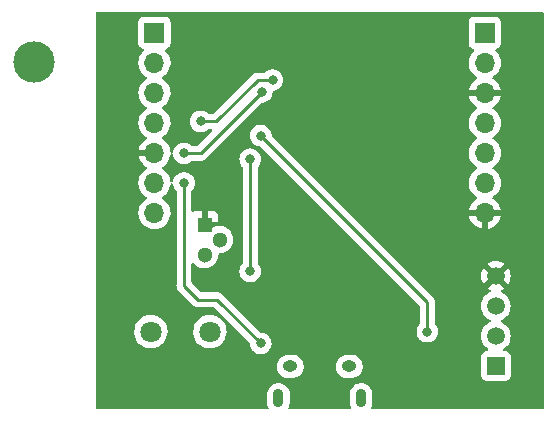
<source format=gbr>
%TF.GenerationSoftware,KiCad,Pcbnew,6.0.8-f2edbf62ab~116~ubuntu22.04.1*%
%TF.CreationDate,2022-10-18T20:55:33+08:00*%
%TF.ProjectId,HMT-1,484d542d-312e-46b6-9963-61645f706362,0*%
%TF.SameCoordinates,Original*%
%TF.FileFunction,Copper,L2,Bot*%
%TF.FilePolarity,Positive*%
%FSLAX46Y46*%
G04 Gerber Fmt 4.6, Leading zero omitted, Abs format (unit mm)*
G04 Created by KiCad (PCBNEW 6.0.8-f2edbf62ab~116~ubuntu22.04.1) date 2022-10-18 20:55:33*
%MOMM*%
%LPD*%
G01*
G04 APERTURE LIST*
%TA.AperFunction,ComponentPad*%
%ADD10C,3.500000*%
%TD*%
%TA.AperFunction,ComponentPad*%
%ADD11C,1.800000*%
%TD*%
%TA.AperFunction,ComponentPad*%
%ADD12R,1.700000X1.700000*%
%TD*%
%TA.AperFunction,ComponentPad*%
%ADD13O,1.700000X1.700000*%
%TD*%
%TA.AperFunction,ComponentPad*%
%ADD14R,1.500000X1.500000*%
%TD*%
%TA.AperFunction,ComponentPad*%
%ADD15C,1.500000*%
%TD*%
%TA.AperFunction,ComponentPad*%
%ADD16O,0.890000X1.550000*%
%TD*%
%TA.AperFunction,ComponentPad*%
%ADD17O,1.250000X0.950000*%
%TD*%
%TA.AperFunction,ComponentPad*%
%ADD18R,1.300000X1.300000*%
%TD*%
%TA.AperFunction,ComponentPad*%
%ADD19C,1.300000*%
%TD*%
%TA.AperFunction,ViaPad*%
%ADD20C,0.800000*%
%TD*%
%TA.AperFunction,Conductor*%
%ADD21C,0.250000*%
%TD*%
G04 APERTURE END LIST*
D10*
%TO.P,REF\u002A\u002A,1*%
%TO.N,N/C*%
X95300000Y-104800000D03*
%TD*%
D11*
%TO.P,BZ1,1,-*%
%TO.N,BZV*%
X105200000Y-127600000D03*
%TO.P,BZ1,2,+*%
%TO.N,Net-(BZ1-Pad2)*%
X110200000Y-127600000D03*
%TD*%
D12*
%TO.P,J3,1,Pin_1*%
%TO.N,TXD*%
X133470000Y-102300000D03*
D13*
%TO.P,J3,2,Pin_2*%
%TO.N,RXD*%
X133470000Y-104840000D03*
%TO.P,J3,3,Pin_3*%
%TO.N,GND*%
X133470000Y-107380000D03*
%TO.P,J3,4,Pin_4*%
%TO.N,IO5*%
X133470000Y-109920000D03*
%TO.P,J3,5,Pin_5*%
%TO.N,IO4*%
X133470000Y-112460000D03*
%TO.P,J3,6,Pin_6*%
%TO.N,IO0*%
X133470000Y-115000000D03*
%TO.P,J3,7,Pin_7*%
%TO.N,GND*%
X133470000Y-117540000D03*
%TD*%
D14*
%TO.P,U1,1,VDD*%
%TO.N,+3.3V*%
X134400000Y-130510000D03*
D15*
%TO.P,U1,2,DATA*%
%TO.N,IO12*%
X134400000Y-127970000D03*
%TO.P,U1,3,NULL*%
%TO.N,unconnected-(U1-Pad3)*%
X134400000Y-125430000D03*
%TO.P,U1,4,GND*%
%TO.N,GND*%
X134400000Y-122890000D03*
%TD*%
D16*
%TO.P,J1,6,Shield*%
%TO.N,unconnected-(J1-Pad6)*%
X116000000Y-133250000D03*
D17*
X122000000Y-130550000D03*
X117000000Y-130550000D03*
D16*
X123000000Y-133250000D03*
%TD*%
D12*
%TO.P,J2,1,Pin_1*%
%TO.N,ADC*%
X105500000Y-102300000D03*
D13*
%TO.P,J2,2,Pin_2*%
%TO.N,IO16*%
X105500000Y-104840000D03*
%TO.P,J2,3,Pin_3*%
%TO.N,+5V*%
X105500000Y-107380000D03*
%TO.P,J2,4,Pin_4*%
%TO.N,IO14*%
X105500000Y-109920000D03*
%TO.P,J2,5,Pin_5*%
%TO.N,GND*%
X105500000Y-112460000D03*
%TO.P,J2,6,Pin_6*%
%TO.N,+5V*%
X105500000Y-115000000D03*
%TO.P,J2,7,Pin_7*%
%TO.N,BZV*%
X105500000Y-117540000D03*
%TD*%
D18*
%TO.P,Q1,1,E*%
%TO.N,GND*%
X109740000Y-118530000D03*
D19*
%TO.P,Q1,2,B*%
%TO.N,Net-(Q1-Pad2)*%
X111010000Y-119800000D03*
%TO.P,Q1,3,C*%
%TO.N,Net-(BZ1-Pad2)*%
X109740000Y-121070000D03*
%TD*%
D20*
%TO.N,+5V*%
X108000000Y-115000000D03*
X114500000Y-128600000D03*
%TO.N,GND*%
X120800000Y-128600000D03*
X128500000Y-116500000D03*
X117200000Y-121100000D03*
%TO.N,IO12*%
X114500000Y-111000000D03*
X128600000Y-127600000D03*
%TO.N,IO13*%
X113600000Y-113000000D03*
X113600000Y-122500000D03*
%TO.N,Net-(R3-Pad2)*%
X115500000Y-106300000D03*
X109400000Y-109800000D03*
%TO.N,Net-(R4-Pad2)*%
X114600000Y-107300000D03*
X108000000Y-112500000D03*
%TD*%
D21*
%TO.N,+5V*%
X110800000Y-124900000D02*
X109200000Y-124900000D01*
X109200000Y-124900000D02*
X108000000Y-123700000D01*
X108000000Y-123700000D02*
X108000000Y-115000000D01*
X114500000Y-128600000D02*
X110800000Y-124900000D01*
%TO.N,IO12*%
X128600000Y-125100000D02*
X114500000Y-111000000D01*
X128600000Y-127600000D02*
X128600000Y-125100000D01*
%TO.N,IO13*%
X113600000Y-113000000D02*
X113600000Y-122500000D01*
%TO.N,Net-(R3-Pad2)*%
X109400000Y-109800000D02*
X110745684Y-109800000D01*
X110745684Y-109800000D02*
X114245684Y-106300000D01*
X114245684Y-106300000D02*
X115500000Y-106300000D01*
%TO.N,Net-(R4-Pad2)*%
X108000000Y-112500000D02*
X109400000Y-112500000D01*
X109400000Y-112500000D02*
X114600000Y-107300000D01*
%TD*%
%TA.AperFunction,Conductor*%
%TO.N,GND*%
G36*
X138433621Y-100528502D02*
G01*
X138480114Y-100582158D01*
X138491500Y-100634500D01*
X138491500Y-134065500D01*
X138471498Y-134133621D01*
X138417842Y-134180114D01*
X138365500Y-134191500D01*
X123966157Y-134191500D01*
X123898036Y-134171498D01*
X123851543Y-134117842D01*
X123841439Y-134047568D01*
X123850520Y-134015459D01*
X123911020Y-133875652D01*
X123911020Y-133875651D01*
X123913554Y-133869796D01*
X123953167Y-133680182D01*
X123953500Y-133673828D01*
X123953500Y-132871592D01*
X123938842Y-132727284D01*
X123880915Y-132542439D01*
X123787003Y-132373018D01*
X123719063Y-132293751D01*
X123665102Y-132230793D01*
X123665100Y-132230791D01*
X123660943Y-132225941D01*
X123572443Y-132157293D01*
X123512933Y-132111132D01*
X123512930Y-132111130D01*
X123507884Y-132107216D01*
X123334077Y-132021693D01*
X123327907Y-132020086D01*
X123327902Y-132020084D01*
X123152806Y-131974475D01*
X123152803Y-131974475D01*
X123146624Y-131972865D01*
X123055938Y-131968112D01*
X122959563Y-131963061D01*
X122959559Y-131963061D01*
X122953182Y-131962727D01*
X122799678Y-131985942D01*
X122767965Y-131990738D01*
X122767964Y-131990738D01*
X122761651Y-131991693D01*
X122755663Y-131993896D01*
X122755660Y-131993897D01*
X122688735Y-132018521D01*
X122579858Y-132058581D01*
X122574442Y-132061939D01*
X122574438Y-132061941D01*
X122420650Y-132157293D01*
X122420646Y-132157296D01*
X122415227Y-132160656D01*
X122274483Y-132293751D01*
X122163377Y-132452427D01*
X122086446Y-132630204D01*
X122046833Y-132819818D01*
X122046500Y-132826172D01*
X122046500Y-133628408D01*
X122061158Y-133772716D01*
X122119085Y-133957561D01*
X122122183Y-133963150D01*
X122145056Y-134004414D01*
X122160587Y-134073691D01*
X122136199Y-134140367D01*
X122079635Y-134183274D01*
X122034854Y-134191500D01*
X116966157Y-134191500D01*
X116898036Y-134171498D01*
X116851543Y-134117842D01*
X116841439Y-134047568D01*
X116850520Y-134015459D01*
X116911020Y-133875652D01*
X116911020Y-133875651D01*
X116913554Y-133869796D01*
X116953167Y-133680182D01*
X116953500Y-133673828D01*
X116953500Y-132871592D01*
X116938842Y-132727284D01*
X116880915Y-132542439D01*
X116787003Y-132373018D01*
X116719063Y-132293751D01*
X116665102Y-132230793D01*
X116665100Y-132230791D01*
X116660943Y-132225941D01*
X116572443Y-132157293D01*
X116512933Y-132111132D01*
X116512930Y-132111130D01*
X116507884Y-132107216D01*
X116334077Y-132021693D01*
X116327907Y-132020086D01*
X116327902Y-132020084D01*
X116152806Y-131974475D01*
X116152803Y-131974475D01*
X116146624Y-131972865D01*
X116055938Y-131968112D01*
X115959563Y-131963061D01*
X115959559Y-131963061D01*
X115953182Y-131962727D01*
X115799678Y-131985942D01*
X115767965Y-131990738D01*
X115767964Y-131990738D01*
X115761651Y-131991693D01*
X115755663Y-131993896D01*
X115755660Y-131993897D01*
X115688735Y-132018521D01*
X115579858Y-132058581D01*
X115574442Y-132061939D01*
X115574438Y-132061941D01*
X115420650Y-132157293D01*
X115420646Y-132157296D01*
X115415227Y-132160656D01*
X115274483Y-132293751D01*
X115163377Y-132452427D01*
X115086446Y-132630204D01*
X115046833Y-132819818D01*
X115046500Y-132826172D01*
X115046500Y-133628408D01*
X115061158Y-133772716D01*
X115119085Y-133957561D01*
X115122183Y-133963150D01*
X115145056Y-134004414D01*
X115160587Y-134073691D01*
X115136199Y-134140367D01*
X115079635Y-134183274D01*
X115034854Y-134191500D01*
X100634500Y-134191500D01*
X100566379Y-134171498D01*
X100519886Y-134117842D01*
X100508500Y-134065500D01*
X100508500Y-130598292D01*
X115862608Y-130598292D01*
X115892486Y-130795848D01*
X115961477Y-130983361D01*
X116066765Y-131153172D01*
X116204047Y-131298344D01*
X116367716Y-131412946D01*
X116551086Y-131492298D01*
X116746666Y-131533156D01*
X116751522Y-131533411D01*
X116751561Y-131533413D01*
X116751577Y-131533413D01*
X116753229Y-131533500D01*
X117199934Y-131533500D01*
X117229230Y-131530524D01*
X117342434Y-131519026D01*
X117342438Y-131519025D01*
X117348780Y-131518381D01*
X117482042Y-131476619D01*
X117533349Y-131460540D01*
X117533350Y-131460539D01*
X117539440Y-131458631D01*
X117714191Y-131361765D01*
X117719040Y-131357609D01*
X117861052Y-131235891D01*
X117861053Y-131235890D01*
X117865896Y-131231739D01*
X117869805Y-131226700D01*
X117984445Y-131078907D01*
X117984447Y-131078904D01*
X117988357Y-131073863D01*
X118076571Y-130894589D01*
X118126935Y-130701238D01*
X118132330Y-130598292D01*
X120862608Y-130598292D01*
X120892486Y-130795848D01*
X120961477Y-130983361D01*
X121066765Y-131153172D01*
X121204047Y-131298344D01*
X121367716Y-131412946D01*
X121551086Y-131492298D01*
X121746666Y-131533156D01*
X121751522Y-131533411D01*
X121751561Y-131533413D01*
X121751577Y-131533413D01*
X121753229Y-131533500D01*
X122199934Y-131533500D01*
X122229230Y-131530524D01*
X122342434Y-131519026D01*
X122342438Y-131519025D01*
X122348780Y-131518381D01*
X122482042Y-131476619D01*
X122533349Y-131460540D01*
X122533350Y-131460539D01*
X122539440Y-131458631D01*
X122714191Y-131361765D01*
X122719040Y-131357609D01*
X122861052Y-131235891D01*
X122861053Y-131235890D01*
X122865896Y-131231739D01*
X122869805Y-131226700D01*
X122984445Y-131078907D01*
X122984447Y-131078904D01*
X122988357Y-131073863D01*
X123076571Y-130894589D01*
X123126935Y-130701238D01*
X123137392Y-130501708D01*
X123107514Y-130304152D01*
X123038523Y-130116639D01*
X122933235Y-129946828D01*
X122795953Y-129801656D01*
X122632284Y-129687054D01*
X122448914Y-129607702D01*
X122253334Y-129566844D01*
X122248478Y-129566589D01*
X122248439Y-129566587D01*
X122248423Y-129566587D01*
X122246771Y-129566500D01*
X121800066Y-129566500D01*
X121786933Y-129567834D01*
X121657566Y-129580974D01*
X121657562Y-129580975D01*
X121651220Y-129581619D01*
X121559898Y-129610238D01*
X121466651Y-129639460D01*
X121466650Y-129639461D01*
X121460560Y-129641369D01*
X121454978Y-129644463D01*
X121454976Y-129644464D01*
X121382715Y-129684519D01*
X121285809Y-129738235D01*
X121134104Y-129868261D01*
X121130197Y-129873298D01*
X121130195Y-129873300D01*
X121015555Y-130021093D01*
X121015553Y-130021096D01*
X121011643Y-130026137D01*
X120923429Y-130205411D01*
X120873065Y-130398762D01*
X120862608Y-130598292D01*
X118132330Y-130598292D01*
X118137392Y-130501708D01*
X118107514Y-130304152D01*
X118038523Y-130116639D01*
X117933235Y-129946828D01*
X117795953Y-129801656D01*
X117632284Y-129687054D01*
X117448914Y-129607702D01*
X117253334Y-129566844D01*
X117248478Y-129566589D01*
X117248439Y-129566587D01*
X117248423Y-129566587D01*
X117246771Y-129566500D01*
X116800066Y-129566500D01*
X116786933Y-129567834D01*
X116657566Y-129580974D01*
X116657562Y-129580975D01*
X116651220Y-129581619D01*
X116559898Y-129610238D01*
X116466651Y-129639460D01*
X116466650Y-129639461D01*
X116460560Y-129641369D01*
X116454978Y-129644463D01*
X116454976Y-129644464D01*
X116382715Y-129684519D01*
X116285809Y-129738235D01*
X116134104Y-129868261D01*
X116130197Y-129873298D01*
X116130195Y-129873300D01*
X116015555Y-130021093D01*
X116015553Y-130021096D01*
X116011643Y-130026137D01*
X115923429Y-130205411D01*
X115873065Y-130398762D01*
X115862608Y-130598292D01*
X100508500Y-130598292D01*
X100508500Y-127565469D01*
X103787095Y-127565469D01*
X103787392Y-127570622D01*
X103787392Y-127570625D01*
X103794441Y-127692872D01*
X103800427Y-127796697D01*
X103801564Y-127801743D01*
X103801565Y-127801749D01*
X103827595Y-127917251D01*
X103851346Y-128022642D01*
X103853288Y-128027424D01*
X103853289Y-128027428D01*
X103936540Y-128232450D01*
X103938484Y-128237237D01*
X104059501Y-128434719D01*
X104211147Y-128609784D01*
X104389349Y-128757730D01*
X104589322Y-128874584D01*
X104805694Y-128957209D01*
X104810760Y-128958240D01*
X104810761Y-128958240D01*
X104845320Y-128965271D01*
X105032656Y-129003385D01*
X105163324Y-129008176D01*
X105258949Y-129011683D01*
X105258953Y-129011683D01*
X105264113Y-129011872D01*
X105269233Y-129011216D01*
X105269235Y-129011216D01*
X105342270Y-129001860D01*
X105493847Y-128982442D01*
X105498795Y-128980957D01*
X105498802Y-128980956D01*
X105710747Y-128917369D01*
X105715690Y-128915886D01*
X105796236Y-128876427D01*
X105919049Y-128816262D01*
X105919052Y-128816260D01*
X105923684Y-128813991D01*
X106112243Y-128679494D01*
X106276303Y-128516005D01*
X106411458Y-128327917D01*
X106433782Y-128282749D01*
X106511784Y-128124922D01*
X106511785Y-128124920D01*
X106514078Y-128120280D01*
X106581408Y-127898671D01*
X106611640Y-127669041D01*
X106613327Y-127600000D01*
X106610488Y-127565469D01*
X108787095Y-127565469D01*
X108787392Y-127570622D01*
X108787392Y-127570625D01*
X108794441Y-127692872D01*
X108800427Y-127796697D01*
X108801564Y-127801743D01*
X108801565Y-127801749D01*
X108827595Y-127917251D01*
X108851346Y-128022642D01*
X108853288Y-128027424D01*
X108853289Y-128027428D01*
X108936540Y-128232450D01*
X108938484Y-128237237D01*
X109059501Y-128434719D01*
X109211147Y-128609784D01*
X109389349Y-128757730D01*
X109589322Y-128874584D01*
X109805694Y-128957209D01*
X109810760Y-128958240D01*
X109810761Y-128958240D01*
X109845320Y-128965271D01*
X110032656Y-129003385D01*
X110163324Y-129008176D01*
X110258949Y-129011683D01*
X110258953Y-129011683D01*
X110264113Y-129011872D01*
X110269233Y-129011216D01*
X110269235Y-129011216D01*
X110342270Y-129001860D01*
X110493847Y-128982442D01*
X110498795Y-128980957D01*
X110498802Y-128980956D01*
X110710747Y-128917369D01*
X110715690Y-128915886D01*
X110796236Y-128876427D01*
X110919049Y-128816262D01*
X110919052Y-128816260D01*
X110923684Y-128813991D01*
X111112243Y-128679494D01*
X111276303Y-128516005D01*
X111411458Y-128327917D01*
X111433782Y-128282749D01*
X111511784Y-128124922D01*
X111511785Y-128124920D01*
X111514078Y-128120280D01*
X111581408Y-127898671D01*
X111611640Y-127669041D01*
X111613327Y-127600000D01*
X111597196Y-127403794D01*
X111594773Y-127374318D01*
X111594772Y-127374312D01*
X111594349Y-127369167D01*
X111559002Y-127228444D01*
X111539184Y-127149544D01*
X111539183Y-127149540D01*
X111537925Y-127144533D01*
X111535866Y-127139797D01*
X111447630Y-126936868D01*
X111447628Y-126936865D01*
X111445570Y-126932131D01*
X111319764Y-126737665D01*
X111163887Y-126566358D01*
X111159836Y-126563159D01*
X111159832Y-126563155D01*
X110986177Y-126426011D01*
X110986172Y-126426008D01*
X110982123Y-126422810D01*
X110977607Y-126420317D01*
X110977604Y-126420315D01*
X110783879Y-126313373D01*
X110783875Y-126313371D01*
X110779355Y-126310876D01*
X110774486Y-126309152D01*
X110774482Y-126309150D01*
X110565903Y-126235288D01*
X110565899Y-126235287D01*
X110561028Y-126233562D01*
X110555935Y-126232655D01*
X110555932Y-126232654D01*
X110338095Y-126193851D01*
X110338089Y-126193850D01*
X110333006Y-126192945D01*
X110260096Y-126192054D01*
X110106581Y-126190179D01*
X110106579Y-126190179D01*
X110101411Y-126190116D01*
X109872464Y-126225150D01*
X109652314Y-126297106D01*
X109647726Y-126299494D01*
X109647722Y-126299496D01*
X109451461Y-126401663D01*
X109446872Y-126404052D01*
X109442739Y-126407155D01*
X109442736Y-126407157D01*
X109265790Y-126540012D01*
X109261655Y-126543117D01*
X109258083Y-126546855D01*
X109110780Y-126700999D01*
X109101639Y-126710564D01*
X109098725Y-126714836D01*
X109098724Y-126714837D01*
X109083152Y-126737665D01*
X108971119Y-126901899D01*
X108873602Y-127111981D01*
X108811707Y-127335169D01*
X108787095Y-127565469D01*
X106610488Y-127565469D01*
X106597196Y-127403794D01*
X106594773Y-127374318D01*
X106594772Y-127374312D01*
X106594349Y-127369167D01*
X106559002Y-127228444D01*
X106539184Y-127149544D01*
X106539183Y-127149540D01*
X106537925Y-127144533D01*
X106535866Y-127139797D01*
X106447630Y-126936868D01*
X106447628Y-126936865D01*
X106445570Y-126932131D01*
X106319764Y-126737665D01*
X106163887Y-126566358D01*
X106159836Y-126563159D01*
X106159832Y-126563155D01*
X105986177Y-126426011D01*
X105986172Y-126426008D01*
X105982123Y-126422810D01*
X105977607Y-126420317D01*
X105977604Y-126420315D01*
X105783879Y-126313373D01*
X105783875Y-126313371D01*
X105779355Y-126310876D01*
X105774486Y-126309152D01*
X105774482Y-126309150D01*
X105565903Y-126235288D01*
X105565899Y-126235287D01*
X105561028Y-126233562D01*
X105555935Y-126232655D01*
X105555932Y-126232654D01*
X105338095Y-126193851D01*
X105338089Y-126193850D01*
X105333006Y-126192945D01*
X105260096Y-126192054D01*
X105106581Y-126190179D01*
X105106579Y-126190179D01*
X105101411Y-126190116D01*
X104872464Y-126225150D01*
X104652314Y-126297106D01*
X104647726Y-126299494D01*
X104647722Y-126299496D01*
X104451461Y-126401663D01*
X104446872Y-126404052D01*
X104442739Y-126407155D01*
X104442736Y-126407157D01*
X104265790Y-126540012D01*
X104261655Y-126543117D01*
X104258083Y-126546855D01*
X104110780Y-126700999D01*
X104101639Y-126710564D01*
X104098725Y-126714836D01*
X104098724Y-126714837D01*
X104083152Y-126737665D01*
X103971119Y-126901899D01*
X103873602Y-127111981D01*
X103811707Y-127335169D01*
X103787095Y-127565469D01*
X100508500Y-127565469D01*
X100508500Y-117506695D01*
X104137251Y-117506695D01*
X104137548Y-117511848D01*
X104137548Y-117511851D01*
X104143011Y-117606590D01*
X104150110Y-117729715D01*
X104151247Y-117734761D01*
X104151248Y-117734767D01*
X104165449Y-117797778D01*
X104199222Y-117947639D01*
X104283266Y-118154616D01*
X104285965Y-118159020D01*
X104355888Y-118273124D01*
X104399987Y-118345088D01*
X104546250Y-118513938D01*
X104718126Y-118656632D01*
X104911000Y-118769338D01*
X105119692Y-118849030D01*
X105124760Y-118850061D01*
X105124763Y-118850062D01*
X105219862Y-118869410D01*
X105338597Y-118893567D01*
X105343772Y-118893757D01*
X105343774Y-118893757D01*
X105556673Y-118901564D01*
X105556677Y-118901564D01*
X105561837Y-118901753D01*
X105566957Y-118901097D01*
X105566959Y-118901097D01*
X105778288Y-118874025D01*
X105778289Y-118874025D01*
X105783416Y-118873368D01*
X105788366Y-118871883D01*
X105992429Y-118810661D01*
X105992434Y-118810659D01*
X105997384Y-118809174D01*
X106197994Y-118710896D01*
X106379860Y-118581173D01*
X106538096Y-118423489D01*
X106597594Y-118340689D01*
X106665435Y-118246277D01*
X106668453Y-118242077D01*
X106767430Y-118041811D01*
X106832370Y-117828069D01*
X106861529Y-117606590D01*
X106863156Y-117540000D01*
X106844852Y-117317361D01*
X106790431Y-117100702D01*
X106701354Y-116895840D01*
X106580014Y-116708277D01*
X106429670Y-116543051D01*
X106425619Y-116539852D01*
X106425615Y-116539848D01*
X106258414Y-116407800D01*
X106258410Y-116407798D01*
X106254359Y-116404598D01*
X106213053Y-116381796D01*
X106163084Y-116331364D01*
X106148312Y-116261921D01*
X106173428Y-116195516D01*
X106200780Y-116168909D01*
X106244603Y-116137650D01*
X106379860Y-116041173D01*
X106538096Y-115883489D01*
X106597594Y-115800689D01*
X106665435Y-115706277D01*
X106668453Y-115702077D01*
X106678267Y-115682221D01*
X106765136Y-115506453D01*
X106765137Y-115506451D01*
X106767430Y-115501811D01*
X106832370Y-115288069D01*
X106851563Y-115142285D01*
X106880286Y-115077359D01*
X106939551Y-115038268D01*
X107010542Y-115037423D01*
X107070721Y-115075093D01*
X107101795Y-115145562D01*
X107106458Y-115189928D01*
X107165473Y-115371556D01*
X107168776Y-115377278D01*
X107168777Y-115377279D01*
X107189069Y-115412425D01*
X107260960Y-115536944D01*
X107334137Y-115618215D01*
X107364853Y-115682221D01*
X107366500Y-115702524D01*
X107366500Y-123621233D01*
X107365973Y-123632416D01*
X107364298Y-123639909D01*
X107364547Y-123647835D01*
X107364547Y-123647836D01*
X107366438Y-123707986D01*
X107366500Y-123711945D01*
X107366500Y-123739856D01*
X107366997Y-123743790D01*
X107366997Y-123743791D01*
X107367005Y-123743856D01*
X107367938Y-123755693D01*
X107369327Y-123799889D01*
X107374978Y-123819339D01*
X107378987Y-123838700D01*
X107381526Y-123858797D01*
X107384445Y-123866168D01*
X107384445Y-123866170D01*
X107397804Y-123899912D01*
X107401649Y-123911142D01*
X107413982Y-123953593D01*
X107418015Y-123960412D01*
X107418017Y-123960417D01*
X107424293Y-123971028D01*
X107432988Y-123988776D01*
X107440448Y-124007617D01*
X107445110Y-124014033D01*
X107445110Y-124014034D01*
X107466436Y-124043387D01*
X107472952Y-124053307D01*
X107495458Y-124091362D01*
X107509779Y-124105683D01*
X107522619Y-124120716D01*
X107534528Y-124137107D01*
X107563076Y-124160724D01*
X107568605Y-124165298D01*
X107577384Y-124173288D01*
X108696343Y-125292247D01*
X108703887Y-125300537D01*
X108708000Y-125307018D01*
X108713777Y-125312443D01*
X108757667Y-125353658D01*
X108760509Y-125356413D01*
X108780230Y-125376134D01*
X108783425Y-125378612D01*
X108792447Y-125386318D01*
X108824679Y-125416586D01*
X108831628Y-125420406D01*
X108842432Y-125426346D01*
X108858956Y-125437199D01*
X108874959Y-125449613D01*
X108915543Y-125467176D01*
X108926173Y-125472383D01*
X108964940Y-125493695D01*
X108972617Y-125495666D01*
X108972622Y-125495668D01*
X108984558Y-125498732D01*
X109003266Y-125505137D01*
X109021855Y-125513181D01*
X109029683Y-125514421D01*
X109029690Y-125514423D01*
X109065524Y-125520099D01*
X109077144Y-125522505D01*
X109112289Y-125531528D01*
X109119970Y-125533500D01*
X109140224Y-125533500D01*
X109159934Y-125535051D01*
X109179943Y-125538220D01*
X109187835Y-125537474D01*
X109223961Y-125534059D01*
X109235819Y-125533500D01*
X110485406Y-125533500D01*
X110553527Y-125553502D01*
X110574501Y-125570405D01*
X113552878Y-128548782D01*
X113586904Y-128611094D01*
X113589093Y-128624707D01*
X113605155Y-128777527D01*
X113606458Y-128789928D01*
X113665473Y-128971556D01*
X113668776Y-128977278D01*
X113668777Y-128977279D01*
X113694763Y-129022287D01*
X113760960Y-129136944D01*
X113765378Y-129141851D01*
X113765379Y-129141852D01*
X113884325Y-129273955D01*
X113888747Y-129278866D01*
X114043248Y-129391118D01*
X114049276Y-129393802D01*
X114049278Y-129393803D01*
X114211681Y-129466109D01*
X114217712Y-129468794D01*
X114311112Y-129488647D01*
X114398056Y-129507128D01*
X114398061Y-129507128D01*
X114404513Y-129508500D01*
X114595487Y-129508500D01*
X114601939Y-129507128D01*
X114601944Y-129507128D01*
X114688888Y-129488647D01*
X114782288Y-129468794D01*
X114788319Y-129466109D01*
X114950722Y-129393803D01*
X114950724Y-129393802D01*
X114956752Y-129391118D01*
X115111253Y-129278866D01*
X115115675Y-129273955D01*
X115234621Y-129141852D01*
X115234622Y-129141851D01*
X115239040Y-129136944D01*
X115305237Y-129022287D01*
X115331223Y-128977279D01*
X115331224Y-128977278D01*
X115334527Y-128971556D01*
X115393542Y-128789928D01*
X115394846Y-128777527D01*
X115412814Y-128606565D01*
X115413504Y-128600000D01*
X115396543Y-128438622D01*
X115394232Y-128416635D01*
X115394232Y-128416633D01*
X115393542Y-128410072D01*
X115334527Y-128228444D01*
X115239040Y-128063056D01*
X115206961Y-128027428D01*
X115115675Y-127926045D01*
X115115674Y-127926044D01*
X115111253Y-127921134D01*
X114956752Y-127808882D01*
X114950724Y-127806198D01*
X114950722Y-127806197D01*
X114788319Y-127733891D01*
X114788318Y-127733891D01*
X114782288Y-127731206D01*
X114688887Y-127711353D01*
X114601944Y-127692872D01*
X114601939Y-127692872D01*
X114595487Y-127691500D01*
X114539595Y-127691500D01*
X114471474Y-127671498D01*
X114450500Y-127654595D01*
X111303652Y-124507747D01*
X111296112Y-124499461D01*
X111292000Y-124492982D01*
X111242348Y-124446356D01*
X111239507Y-124443602D01*
X111219770Y-124423865D01*
X111216573Y-124421385D01*
X111207551Y-124413680D01*
X111181100Y-124388841D01*
X111175321Y-124383414D01*
X111168375Y-124379595D01*
X111168372Y-124379593D01*
X111157566Y-124373652D01*
X111141047Y-124362801D01*
X111140583Y-124362441D01*
X111125041Y-124350386D01*
X111117772Y-124347241D01*
X111117768Y-124347238D01*
X111084463Y-124332826D01*
X111073813Y-124327609D01*
X111035060Y-124306305D01*
X111015437Y-124301267D01*
X110996734Y-124294863D01*
X110985420Y-124289967D01*
X110985419Y-124289967D01*
X110978145Y-124286819D01*
X110970322Y-124285580D01*
X110970312Y-124285577D01*
X110934476Y-124279901D01*
X110922856Y-124277495D01*
X110887711Y-124268472D01*
X110887710Y-124268472D01*
X110880030Y-124266500D01*
X110859776Y-124266500D01*
X110840065Y-124264949D01*
X110827886Y-124263020D01*
X110820057Y-124261780D01*
X110812165Y-124262526D01*
X110776039Y-124265941D01*
X110764181Y-124266500D01*
X109514595Y-124266500D01*
X109446474Y-124246498D01*
X109425500Y-124229595D01*
X108670405Y-123474500D01*
X108636379Y-123412188D01*
X108633500Y-123385405D01*
X108633500Y-122500000D01*
X112686496Y-122500000D01*
X112706458Y-122689928D01*
X112765473Y-122871556D01*
X112768776Y-122877278D01*
X112768777Y-122877279D01*
X112772961Y-122884525D01*
X112860960Y-123036944D01*
X112988747Y-123178866D01*
X113087843Y-123250864D01*
X113103200Y-123262021D01*
X113143248Y-123291118D01*
X113149276Y-123293802D01*
X113149278Y-123293803D01*
X113311681Y-123366109D01*
X113317712Y-123368794D01*
X113411112Y-123388647D01*
X113498056Y-123407128D01*
X113498061Y-123407128D01*
X113504513Y-123408500D01*
X113695487Y-123408500D01*
X113701939Y-123407128D01*
X113701944Y-123407128D01*
X113788888Y-123388647D01*
X113882288Y-123368794D01*
X113888319Y-123366109D01*
X114050722Y-123293803D01*
X114050724Y-123293802D01*
X114056752Y-123291118D01*
X114096801Y-123262021D01*
X114112157Y-123250864D01*
X114211253Y-123178866D01*
X114339040Y-123036944D01*
X114427039Y-122884525D01*
X114431223Y-122877279D01*
X114431224Y-122877278D01*
X114434527Y-122871556D01*
X114493542Y-122689928D01*
X114513504Y-122500000D01*
X114493542Y-122310072D01*
X114434527Y-122128444D01*
X114339040Y-121963056D01*
X114265863Y-121881785D01*
X114235147Y-121817779D01*
X114233500Y-121797476D01*
X114233500Y-113702524D01*
X114253502Y-113634403D01*
X114265858Y-113618221D01*
X114339040Y-113536944D01*
X114413197Y-113408500D01*
X114431223Y-113377279D01*
X114431224Y-113377278D01*
X114434527Y-113371556D01*
X114493542Y-113189928D01*
X114499268Y-113135453D01*
X114512814Y-113006565D01*
X114513504Y-113000000D01*
X114500606Y-112877279D01*
X114494232Y-112816635D01*
X114494232Y-112816633D01*
X114493542Y-112810072D01*
X114434527Y-112628444D01*
X114428447Y-112617912D01*
X114367903Y-112513048D01*
X114339040Y-112463056D01*
X114333269Y-112456646D01*
X114215675Y-112326045D01*
X114215674Y-112326044D01*
X114211253Y-112321134D01*
X114056752Y-112208882D01*
X114050724Y-112206198D01*
X114050722Y-112206197D01*
X113888319Y-112133891D01*
X113888318Y-112133891D01*
X113882288Y-112131206D01*
X113788888Y-112111353D01*
X113701944Y-112092872D01*
X113701939Y-112092872D01*
X113695487Y-112091500D01*
X113504513Y-112091500D01*
X113498061Y-112092872D01*
X113498056Y-112092872D01*
X113411113Y-112111353D01*
X113317712Y-112131206D01*
X113311682Y-112133891D01*
X113311681Y-112133891D01*
X113149278Y-112206197D01*
X113149276Y-112206198D01*
X113143248Y-112208882D01*
X112988747Y-112321134D01*
X112984326Y-112326044D01*
X112984325Y-112326045D01*
X112866732Y-112456646D01*
X112860960Y-112463056D01*
X112832097Y-112513048D01*
X112771554Y-112617912D01*
X112765473Y-112628444D01*
X112706458Y-112810072D01*
X112705768Y-112816633D01*
X112705768Y-112816635D01*
X112699394Y-112877279D01*
X112686496Y-113000000D01*
X112687186Y-113006565D01*
X112700733Y-113135453D01*
X112706458Y-113189928D01*
X112765473Y-113371556D01*
X112768776Y-113377278D01*
X112768777Y-113377279D01*
X112786803Y-113408500D01*
X112860960Y-113536944D01*
X112934137Y-113618215D01*
X112964853Y-113682221D01*
X112966500Y-113702524D01*
X112966500Y-121797476D01*
X112946498Y-121865597D01*
X112934142Y-121881779D01*
X112860960Y-121963056D01*
X112765473Y-122128444D01*
X112706458Y-122310072D01*
X112686496Y-122500000D01*
X108633500Y-122500000D01*
X108633500Y-121906643D01*
X108653502Y-121838522D01*
X108707158Y-121792029D01*
X108777432Y-121781925D01*
X108842012Y-121811419D01*
X108853307Y-121822795D01*
X108855296Y-121825609D01*
X108876066Y-121845842D01*
X109002259Y-121968774D01*
X109007809Y-121974181D01*
X109012605Y-121977386D01*
X109012608Y-121977388D01*
X109084088Y-122025149D01*
X109184843Y-122092471D01*
X109190146Y-122094749D01*
X109190149Y-122094751D01*
X109268572Y-122128444D01*
X109380470Y-122176519D01*
X109456316Y-122193681D01*
X109582501Y-122222234D01*
X109582506Y-122222235D01*
X109588138Y-122223509D01*
X109593909Y-122223736D01*
X109593911Y-122223736D01*
X109655252Y-122226146D01*
X109800891Y-122231869D01*
X109806600Y-122231041D01*
X109806604Y-122231041D01*
X110005890Y-122202145D01*
X110005894Y-122202144D01*
X110011605Y-122201316D01*
X110213223Y-122132876D01*
X110398993Y-122028840D01*
X110562693Y-121892693D01*
X110698840Y-121728993D01*
X110802876Y-121543223D01*
X110871316Y-121341605D01*
X110901869Y-121130891D01*
X110903122Y-121083026D01*
X110924900Y-121015452D01*
X110979754Y-120970379D01*
X111034026Y-120960420D01*
X111070891Y-120961869D01*
X111076599Y-120961041D01*
X111076605Y-120961041D01*
X111275890Y-120932145D01*
X111275894Y-120932144D01*
X111281605Y-120931316D01*
X111483223Y-120862876D01*
X111668993Y-120758840D01*
X111832693Y-120622693D01*
X111968840Y-120458993D01*
X112072876Y-120273223D01*
X112141316Y-120071605D01*
X112159213Y-119948180D01*
X112171337Y-119864561D01*
X112171337Y-119864559D01*
X112171869Y-119860891D01*
X112173463Y-119800000D01*
X112157014Y-119620979D01*
X112154510Y-119593730D01*
X112154509Y-119593727D01*
X112153981Y-119587976D01*
X112096186Y-119383052D01*
X112002015Y-119192092D01*
X111874622Y-119021491D01*
X111718271Y-118876963D01*
X111538201Y-118763347D01*
X111340441Y-118684449D01*
X111334781Y-118683323D01*
X111334777Y-118683322D01*
X111137282Y-118644038D01*
X111137280Y-118644038D01*
X111131615Y-118642911D01*
X111125840Y-118642835D01*
X111125836Y-118642835D01*
X111019161Y-118641439D01*
X110918716Y-118640124D01*
X110913019Y-118641103D01*
X110913018Y-118641103D01*
X110714564Y-118675203D01*
X110714561Y-118675204D01*
X110708874Y-118676181D01*
X110509116Y-118749875D01*
X110504154Y-118752827D01*
X110504148Y-118752830D01*
X110481534Y-118766284D01*
X110417110Y-118784000D01*
X109612000Y-118784000D01*
X109543879Y-118763998D01*
X109497386Y-118710342D01*
X109486000Y-118658000D01*
X109486000Y-118257885D01*
X109994000Y-118257885D01*
X109998475Y-118273124D01*
X109999865Y-118274329D01*
X110007548Y-118276000D01*
X110879884Y-118276000D01*
X110895123Y-118271525D01*
X110896328Y-118270135D01*
X110897999Y-118262452D01*
X110897999Y-117835331D01*
X110897629Y-117828510D01*
X110892105Y-117777648D01*
X110888479Y-117762396D01*
X110843324Y-117641946D01*
X110834786Y-117626351D01*
X110758285Y-117524276D01*
X110745724Y-117511715D01*
X110643649Y-117435214D01*
X110628054Y-117426676D01*
X110507606Y-117381522D01*
X110492351Y-117377895D01*
X110441486Y-117372369D01*
X110434672Y-117372000D01*
X110012115Y-117372000D01*
X109996876Y-117376475D01*
X109995671Y-117377865D01*
X109994000Y-117385548D01*
X109994000Y-118257885D01*
X109486000Y-118257885D01*
X109486000Y-117390116D01*
X109481525Y-117374877D01*
X109480135Y-117373672D01*
X109472452Y-117372001D01*
X109045331Y-117372001D01*
X109038510Y-117372371D01*
X108987648Y-117377895D01*
X108972396Y-117381521D01*
X108851946Y-117426676D01*
X108836352Y-117435214D01*
X108835064Y-117436179D01*
X108833568Y-117436738D01*
X108828483Y-117439522D01*
X108828081Y-117438788D01*
X108768557Y-117461026D01*
X108699175Y-117445972D01*
X108648945Y-117395797D01*
X108633500Y-117335352D01*
X108633500Y-115702524D01*
X108653502Y-115634403D01*
X108665858Y-115618221D01*
X108739040Y-115536944D01*
X108810931Y-115412425D01*
X108831223Y-115377279D01*
X108831224Y-115377278D01*
X108834527Y-115371556D01*
X108893542Y-115189928D01*
X108906157Y-115069908D01*
X108912814Y-115006565D01*
X108913504Y-115000000D01*
X108893542Y-114810072D01*
X108834527Y-114628444D01*
X108739040Y-114463056D01*
X108642503Y-114355840D01*
X108615675Y-114326045D01*
X108615674Y-114326044D01*
X108611253Y-114321134D01*
X108456752Y-114208882D01*
X108450724Y-114206198D01*
X108450722Y-114206197D01*
X108288319Y-114133891D01*
X108288318Y-114133891D01*
X108282288Y-114131206D01*
X108188888Y-114111353D01*
X108101944Y-114092872D01*
X108101939Y-114092872D01*
X108095487Y-114091500D01*
X107904513Y-114091500D01*
X107898061Y-114092872D01*
X107898056Y-114092872D01*
X107811112Y-114111353D01*
X107717712Y-114131206D01*
X107711682Y-114133891D01*
X107711681Y-114133891D01*
X107549278Y-114206197D01*
X107549276Y-114206198D01*
X107543248Y-114208882D01*
X107388747Y-114321134D01*
X107384326Y-114326044D01*
X107384325Y-114326045D01*
X107357498Y-114355840D01*
X107260960Y-114463056D01*
X107165473Y-114628444D01*
X107106458Y-114810072D01*
X107105768Y-114816633D01*
X107105768Y-114816635D01*
X107101821Y-114854193D01*
X107074808Y-114919850D01*
X107016587Y-114960480D01*
X106945642Y-114963183D01*
X106884497Y-114927102D01*
X106852567Y-114863691D01*
X106850935Y-114851348D01*
X106845276Y-114782521D01*
X106844852Y-114777361D01*
X106790431Y-114560702D01*
X106701354Y-114355840D01*
X106661906Y-114294862D01*
X106582822Y-114172617D01*
X106582820Y-114172614D01*
X106580014Y-114168277D01*
X106429670Y-114003051D01*
X106425619Y-113999852D01*
X106425615Y-113999848D01*
X106258414Y-113867800D01*
X106258410Y-113867798D01*
X106254359Y-113864598D01*
X106212569Y-113841529D01*
X106162598Y-113791097D01*
X106147826Y-113721654D01*
X106172942Y-113655248D01*
X106200294Y-113628641D01*
X106375328Y-113503792D01*
X106383200Y-113497139D01*
X106534052Y-113346812D01*
X106540730Y-113338965D01*
X106665003Y-113166020D01*
X106670313Y-113157183D01*
X106764670Y-112966267D01*
X106768469Y-112956672D01*
X106830376Y-112752915D01*
X106832555Y-112742834D01*
X106849001Y-112617912D01*
X106877723Y-112552985D01*
X106936988Y-112513893D01*
X107007980Y-112513048D01*
X107068158Y-112550718D01*
X107099233Y-112621187D01*
X107106458Y-112689928D01*
X107165473Y-112871556D01*
X107260960Y-113036944D01*
X107265378Y-113041851D01*
X107265379Y-113041852D01*
X107369453Y-113157438D01*
X107388747Y-113178866D01*
X107487843Y-113250864D01*
X107512792Y-113268990D01*
X107543248Y-113291118D01*
X107549276Y-113293802D01*
X107549278Y-113293803D01*
X107668339Y-113346812D01*
X107717712Y-113368794D01*
X107811113Y-113388647D01*
X107898056Y-113407128D01*
X107898061Y-113407128D01*
X107904513Y-113408500D01*
X108095487Y-113408500D01*
X108101939Y-113407128D01*
X108101944Y-113407128D01*
X108188887Y-113388647D01*
X108282288Y-113368794D01*
X108331661Y-113346812D01*
X108450722Y-113293803D01*
X108450724Y-113293802D01*
X108456752Y-113291118D01*
X108487209Y-113268990D01*
X108605061Y-113183365D01*
X108611253Y-113178866D01*
X108615668Y-113173963D01*
X108620580Y-113169540D01*
X108621705Y-113170789D01*
X108675014Y-113137949D01*
X108708200Y-113133500D01*
X109321233Y-113133500D01*
X109332416Y-113134027D01*
X109339909Y-113135702D01*
X109347835Y-113135453D01*
X109347836Y-113135453D01*
X109407986Y-113133562D01*
X109411945Y-113133500D01*
X109439856Y-113133500D01*
X109443791Y-113133003D01*
X109443856Y-113132995D01*
X109455693Y-113132062D01*
X109487951Y-113131048D01*
X109491970Y-113130922D01*
X109499889Y-113130673D01*
X109519343Y-113125021D01*
X109538700Y-113121013D01*
X109550930Y-113119468D01*
X109550931Y-113119468D01*
X109558797Y-113118474D01*
X109566168Y-113115555D01*
X109566170Y-113115555D01*
X109599912Y-113102196D01*
X109611142Y-113098351D01*
X109645983Y-113088229D01*
X109645984Y-113088229D01*
X109653593Y-113086018D01*
X109660412Y-113081985D01*
X109660417Y-113081983D01*
X109671028Y-113075707D01*
X109688776Y-113067012D01*
X109707617Y-113059552D01*
X109743387Y-113033564D01*
X109753307Y-113027048D01*
X109784535Y-113008580D01*
X109784538Y-113008578D01*
X109791362Y-113004542D01*
X109805683Y-112990221D01*
X109820717Y-112977380D01*
X109830694Y-112970131D01*
X109837107Y-112965472D01*
X109865298Y-112931395D01*
X109873288Y-112922616D01*
X111795904Y-111000000D01*
X113586496Y-111000000D01*
X113587186Y-111006565D01*
X113595875Y-111089232D01*
X113606458Y-111189928D01*
X113665473Y-111371556D01*
X113760960Y-111536944D01*
X113765378Y-111541851D01*
X113765379Y-111541852D01*
X113844598Y-111629834D01*
X113888747Y-111678866D01*
X113935402Y-111712763D01*
X114037140Y-111786680D01*
X114043248Y-111791118D01*
X114049276Y-111793802D01*
X114049278Y-111793803D01*
X114129669Y-111829595D01*
X114217712Y-111868794D01*
X114311112Y-111888647D01*
X114398056Y-111907128D01*
X114398061Y-111907128D01*
X114404513Y-111908500D01*
X114460406Y-111908500D01*
X114528527Y-111928502D01*
X114549501Y-111945405D01*
X127929595Y-125325499D01*
X127963621Y-125387811D01*
X127966500Y-125414594D01*
X127966500Y-126897476D01*
X127946498Y-126965597D01*
X127934142Y-126981779D01*
X127860960Y-127063056D01*
X127765473Y-127228444D01*
X127706458Y-127410072D01*
X127686496Y-127600000D01*
X127687186Y-127606565D01*
X127702328Y-127750629D01*
X127706458Y-127789928D01*
X127765473Y-127971556D01*
X127860960Y-128136944D01*
X127865378Y-128141851D01*
X127865379Y-128141852D01*
X127938194Y-128222721D01*
X127988747Y-128278866D01*
X128143248Y-128391118D01*
X128149276Y-128393802D01*
X128149278Y-128393803D01*
X128249944Y-128438622D01*
X128317712Y-128468794D01*
X128411112Y-128488647D01*
X128498056Y-128507128D01*
X128498061Y-128507128D01*
X128504513Y-128508500D01*
X128695487Y-128508500D01*
X128701939Y-128507128D01*
X128701944Y-128507128D01*
X128788888Y-128488647D01*
X128882288Y-128468794D01*
X128950056Y-128438622D01*
X129050722Y-128393803D01*
X129050724Y-128393802D01*
X129056752Y-128391118D01*
X129211253Y-128278866D01*
X129261806Y-128222721D01*
X129334621Y-128141852D01*
X129334622Y-128141851D01*
X129339040Y-128136944D01*
X129434527Y-127971556D01*
X129435033Y-127970000D01*
X133136693Y-127970000D01*
X133155885Y-128189371D01*
X133212880Y-128402076D01*
X133228102Y-128434719D01*
X133303618Y-128596666D01*
X133303621Y-128596671D01*
X133305944Y-128601653D01*
X133309100Y-128606160D01*
X133309101Y-128606162D01*
X133322087Y-128624707D01*
X133432251Y-128782038D01*
X133587962Y-128937749D01*
X133592471Y-128940906D01*
X133592473Y-128940908D01*
X133708694Y-129022287D01*
X133753022Y-129077744D01*
X133760331Y-129148364D01*
X133728300Y-129211724D01*
X133667099Y-129247709D01*
X133636423Y-129251500D01*
X133601866Y-129251500D01*
X133539684Y-129258255D01*
X133403295Y-129309385D01*
X133286739Y-129396739D01*
X133199385Y-129513295D01*
X133148255Y-129649684D01*
X133141500Y-129711866D01*
X133141500Y-131308134D01*
X133148255Y-131370316D01*
X133199385Y-131506705D01*
X133286739Y-131623261D01*
X133403295Y-131710615D01*
X133539684Y-131761745D01*
X133601866Y-131768500D01*
X135198134Y-131768500D01*
X135260316Y-131761745D01*
X135396705Y-131710615D01*
X135513261Y-131623261D01*
X135600615Y-131506705D01*
X135651745Y-131370316D01*
X135658500Y-131308134D01*
X135658500Y-129711866D01*
X135651745Y-129649684D01*
X135600615Y-129513295D01*
X135513261Y-129396739D01*
X135396705Y-129309385D01*
X135260316Y-129258255D01*
X135198134Y-129251500D01*
X135163577Y-129251500D01*
X135095456Y-129231498D01*
X135048963Y-129177842D01*
X135038859Y-129107568D01*
X135068353Y-129042988D01*
X135091306Y-129022287D01*
X135207527Y-128940908D01*
X135207529Y-128940906D01*
X135212038Y-128937749D01*
X135367749Y-128782038D01*
X135477914Y-128624707D01*
X135490899Y-128606162D01*
X135490900Y-128606160D01*
X135494056Y-128601653D01*
X135496379Y-128596671D01*
X135496382Y-128596666D01*
X135571898Y-128434719D01*
X135587120Y-128402076D01*
X135644115Y-128189371D01*
X135663307Y-127970000D01*
X135644115Y-127750629D01*
X135587120Y-127537924D01*
X135527502Y-127410072D01*
X135496382Y-127343334D01*
X135496379Y-127343329D01*
X135494056Y-127338347D01*
X135490899Y-127333838D01*
X135370908Y-127162473D01*
X135370906Y-127162470D01*
X135367749Y-127157962D01*
X135212038Y-127002251D01*
X135031654Y-126875944D01*
X135026672Y-126873621D01*
X135026667Y-126873618D01*
X134899232Y-126814195D01*
X134845947Y-126767278D01*
X134826486Y-126699001D01*
X134847028Y-126631041D01*
X134899232Y-126585805D01*
X135026667Y-126526382D01*
X135026672Y-126526379D01*
X135031654Y-126524056D01*
X135171676Y-126426011D01*
X135207527Y-126400908D01*
X135207529Y-126400906D01*
X135212038Y-126397749D01*
X135367749Y-126242038D01*
X135372476Y-126235288D01*
X135490899Y-126066162D01*
X135490900Y-126066160D01*
X135494056Y-126061653D01*
X135496379Y-126056671D01*
X135496382Y-126056666D01*
X135584795Y-125867061D01*
X135587120Y-125862076D01*
X135644115Y-125649371D01*
X135663307Y-125430000D01*
X135644115Y-125210629D01*
X135587120Y-124997924D01*
X135538925Y-124894570D01*
X135496382Y-124803334D01*
X135496379Y-124803329D01*
X135494056Y-124798347D01*
X135461471Y-124751811D01*
X135370908Y-124622473D01*
X135370906Y-124622470D01*
X135367749Y-124617962D01*
X135212038Y-124462251D01*
X135189340Y-124446357D01*
X135085506Y-124373652D01*
X135031654Y-124335944D01*
X135026672Y-124333621D01*
X135026667Y-124333618D01*
X134898641Y-124273919D01*
X134845356Y-124227002D01*
X134825895Y-124158724D01*
X134846437Y-124090764D01*
X134898641Y-124045529D01*
X135026416Y-123985947D01*
X135035912Y-123980464D01*
X135077148Y-123951590D01*
X135085523Y-123941112D01*
X135078457Y-123927668D01*
X134412811Y-123262021D01*
X134398868Y-123254408D01*
X134397034Y-123254539D01*
X134390420Y-123258790D01*
X133720820Y-123928391D01*
X133714393Y-123940161D01*
X133723687Y-123952175D01*
X133764088Y-123980464D01*
X133773584Y-123985947D01*
X133901359Y-124045529D01*
X133954644Y-124092446D01*
X133974105Y-124160724D01*
X133953563Y-124228684D01*
X133901359Y-124273919D01*
X133773334Y-124333618D01*
X133773329Y-124333621D01*
X133768347Y-124335944D01*
X133763840Y-124339100D01*
X133763838Y-124339101D01*
X133592473Y-124459092D01*
X133592470Y-124459094D01*
X133587962Y-124462251D01*
X133432251Y-124617962D01*
X133429094Y-124622470D01*
X133429092Y-124622473D01*
X133338529Y-124751811D01*
X133305944Y-124798347D01*
X133303621Y-124803329D01*
X133303618Y-124803334D01*
X133261075Y-124894570D01*
X133212880Y-124997924D01*
X133155885Y-125210629D01*
X133136693Y-125430000D01*
X133155885Y-125649371D01*
X133212880Y-125862076D01*
X133215205Y-125867061D01*
X133303618Y-126056666D01*
X133303621Y-126056671D01*
X133305944Y-126061653D01*
X133309100Y-126066160D01*
X133309101Y-126066162D01*
X133427525Y-126235288D01*
X133432251Y-126242038D01*
X133587962Y-126397749D01*
X133592471Y-126400906D01*
X133592473Y-126400908D01*
X133628324Y-126426011D01*
X133768346Y-126524056D01*
X133773328Y-126526379D01*
X133773333Y-126526382D01*
X133900768Y-126585805D01*
X133954053Y-126632722D01*
X133973514Y-126700999D01*
X133952972Y-126768959D01*
X133900768Y-126814195D01*
X133773334Y-126873618D01*
X133773329Y-126873621D01*
X133768347Y-126875944D01*
X133763840Y-126879100D01*
X133763838Y-126879101D01*
X133592473Y-126999092D01*
X133592470Y-126999094D01*
X133587962Y-127002251D01*
X133432251Y-127157962D01*
X133429094Y-127162470D01*
X133429092Y-127162473D01*
X133309101Y-127333838D01*
X133305944Y-127338347D01*
X133303621Y-127343329D01*
X133303618Y-127343334D01*
X133272498Y-127410072D01*
X133212880Y-127537924D01*
X133155885Y-127750629D01*
X133136693Y-127970000D01*
X129435033Y-127970000D01*
X129493542Y-127789928D01*
X129497673Y-127750629D01*
X129512814Y-127606565D01*
X129513504Y-127600000D01*
X129493542Y-127410072D01*
X129434527Y-127228444D01*
X129339040Y-127063056D01*
X129265863Y-126981785D01*
X129235147Y-126917779D01*
X129233500Y-126897476D01*
X129233500Y-125178767D01*
X129234027Y-125167584D01*
X129235702Y-125160091D01*
X129233562Y-125092014D01*
X129233500Y-125088055D01*
X129233500Y-125060144D01*
X129232995Y-125056144D01*
X129232062Y-125044301D01*
X129230922Y-125008029D01*
X129230673Y-125000110D01*
X129225022Y-124980658D01*
X129221014Y-124961306D01*
X129219467Y-124949063D01*
X129218474Y-124941203D01*
X129215556Y-124933832D01*
X129202200Y-124900097D01*
X129198355Y-124888870D01*
X129197721Y-124886687D01*
X129186018Y-124846407D01*
X129181984Y-124839585D01*
X129181981Y-124839579D01*
X129175706Y-124828968D01*
X129167010Y-124811218D01*
X129162472Y-124799756D01*
X129162469Y-124799751D01*
X129159552Y-124792383D01*
X129133573Y-124756625D01*
X129127057Y-124746707D01*
X129108575Y-124715457D01*
X129104542Y-124708637D01*
X129090218Y-124694313D01*
X129077376Y-124679278D01*
X129065472Y-124662893D01*
X129031406Y-124634711D01*
X129022627Y-124626722D01*
X127291380Y-122895475D01*
X133137674Y-122895475D01*
X133155901Y-123103804D01*
X133157804Y-123114599D01*
X133211928Y-123316595D01*
X133215674Y-123326887D01*
X133304054Y-123516417D01*
X133309534Y-123525907D01*
X133338411Y-123567149D01*
X133348887Y-123575523D01*
X133362334Y-123568455D01*
X134027979Y-122902811D01*
X134034356Y-122891132D01*
X134764408Y-122891132D01*
X134764539Y-122892966D01*
X134768790Y-122899580D01*
X135438391Y-123569180D01*
X135450161Y-123575607D01*
X135462176Y-123566311D01*
X135490466Y-123525907D01*
X135495946Y-123516417D01*
X135584326Y-123326887D01*
X135588072Y-123316595D01*
X135642196Y-123114599D01*
X135644099Y-123103804D01*
X135662326Y-122895475D01*
X135662326Y-122884525D01*
X135644099Y-122676196D01*
X135642196Y-122665401D01*
X135588072Y-122463405D01*
X135584326Y-122453113D01*
X135495946Y-122263583D01*
X135490466Y-122254093D01*
X135461589Y-122212851D01*
X135451113Y-122204477D01*
X135437666Y-122211545D01*
X134772021Y-122877189D01*
X134764408Y-122891132D01*
X134034356Y-122891132D01*
X134035592Y-122888868D01*
X134035461Y-122887034D01*
X134031210Y-122880420D01*
X133361609Y-122210820D01*
X133349839Y-122204393D01*
X133337824Y-122213689D01*
X133309534Y-122254093D01*
X133304054Y-122263583D01*
X133215674Y-122453113D01*
X133211928Y-122463405D01*
X133157804Y-122665401D01*
X133155901Y-122676196D01*
X133137674Y-122884525D01*
X133137674Y-122895475D01*
X127291380Y-122895475D01*
X126234792Y-121838887D01*
X133714477Y-121838887D01*
X133721545Y-121852334D01*
X134387189Y-122517979D01*
X134401132Y-122525592D01*
X134402966Y-122525461D01*
X134409580Y-122521210D01*
X135079180Y-121851609D01*
X135085607Y-121839839D01*
X135076313Y-121827825D01*
X135035912Y-121799536D01*
X135026416Y-121794053D01*
X134836887Y-121705674D01*
X134826595Y-121701928D01*
X134624599Y-121647804D01*
X134613804Y-121645901D01*
X134405475Y-121627674D01*
X134394525Y-121627674D01*
X134186196Y-121645901D01*
X134175401Y-121647804D01*
X133973405Y-121701928D01*
X133963113Y-121705674D01*
X133773583Y-121794054D01*
X133764093Y-121799534D01*
X133722851Y-121828411D01*
X133714477Y-121838887D01*
X126234792Y-121838887D01*
X122203871Y-117807966D01*
X132138257Y-117807966D01*
X132168565Y-117942446D01*
X132171645Y-117952275D01*
X132251770Y-118149603D01*
X132256413Y-118158794D01*
X132367694Y-118340388D01*
X132373777Y-118348699D01*
X132513213Y-118509667D01*
X132520580Y-118516883D01*
X132684434Y-118652916D01*
X132692881Y-118658831D01*
X132876756Y-118766279D01*
X132886042Y-118770729D01*
X133085001Y-118846703D01*
X133094899Y-118849579D01*
X133198250Y-118870606D01*
X133212299Y-118869410D01*
X133216000Y-118859065D01*
X133216000Y-118858517D01*
X133724000Y-118858517D01*
X133728064Y-118872359D01*
X133741478Y-118874393D01*
X133748184Y-118873534D01*
X133758262Y-118871392D01*
X133962255Y-118810191D01*
X133971842Y-118806433D01*
X134163095Y-118712739D01*
X134171945Y-118707464D01*
X134345328Y-118583792D01*
X134353200Y-118577139D01*
X134504052Y-118426812D01*
X134510730Y-118418965D01*
X134635003Y-118246020D01*
X134640313Y-118237183D01*
X134734670Y-118046267D01*
X134738469Y-118036672D01*
X134800377Y-117832910D01*
X134802555Y-117822837D01*
X134803986Y-117811962D01*
X134801775Y-117797778D01*
X134788617Y-117794000D01*
X133742115Y-117794000D01*
X133726876Y-117798475D01*
X133725671Y-117799865D01*
X133724000Y-117807548D01*
X133724000Y-118858517D01*
X133216000Y-118858517D01*
X133216000Y-117812115D01*
X133211525Y-117796876D01*
X133210135Y-117795671D01*
X133202452Y-117794000D01*
X132153225Y-117794000D01*
X132139694Y-117797973D01*
X132138257Y-117807966D01*
X122203871Y-117807966D01*
X119362600Y-114966695D01*
X132107251Y-114966695D01*
X132107548Y-114971848D01*
X132107548Y-114971851D01*
X132113011Y-115066590D01*
X132120110Y-115189715D01*
X132121247Y-115194761D01*
X132121248Y-115194767D01*
X132141119Y-115282939D01*
X132169222Y-115407639D01*
X132253266Y-115614616D01*
X132369987Y-115805088D01*
X132516250Y-115973938D01*
X132688126Y-116116632D01*
X132761445Y-116159476D01*
X132761955Y-116159774D01*
X132810679Y-116211412D01*
X132823750Y-116281195D01*
X132797019Y-116346967D01*
X132756562Y-116380327D01*
X132748457Y-116384546D01*
X132739738Y-116390036D01*
X132569433Y-116517905D01*
X132561726Y-116524748D01*
X132414590Y-116678717D01*
X132408104Y-116686727D01*
X132288098Y-116862649D01*
X132283000Y-116871623D01*
X132193338Y-117064783D01*
X132189775Y-117074470D01*
X132134389Y-117274183D01*
X132135912Y-117282607D01*
X132148292Y-117286000D01*
X134788344Y-117286000D01*
X134801875Y-117282027D01*
X134803180Y-117272947D01*
X134761214Y-117105875D01*
X134757894Y-117096124D01*
X134672972Y-116900814D01*
X134668105Y-116891739D01*
X134552426Y-116712926D01*
X134546136Y-116704757D01*
X134402806Y-116547240D01*
X134395273Y-116540215D01*
X134228139Y-116408222D01*
X134219556Y-116402520D01*
X134182602Y-116382120D01*
X134132631Y-116331687D01*
X134117859Y-116262245D01*
X134142975Y-116195839D01*
X134170327Y-116169232D01*
X134193797Y-116152491D01*
X134349860Y-116041173D01*
X134508096Y-115883489D01*
X134567594Y-115800689D01*
X134635435Y-115706277D01*
X134638453Y-115702077D01*
X134648267Y-115682221D01*
X134735136Y-115506453D01*
X134735137Y-115506451D01*
X134737430Y-115501811D01*
X134802370Y-115288069D01*
X134831529Y-115066590D01*
X134833156Y-115000000D01*
X134814852Y-114777361D01*
X134760431Y-114560702D01*
X134671354Y-114355840D01*
X134631906Y-114294862D01*
X134552822Y-114172617D01*
X134552820Y-114172614D01*
X134550014Y-114168277D01*
X134399670Y-114003051D01*
X134395619Y-113999852D01*
X134395615Y-113999848D01*
X134228414Y-113867800D01*
X134228410Y-113867798D01*
X134224359Y-113864598D01*
X134183053Y-113841796D01*
X134133084Y-113791364D01*
X134118312Y-113721921D01*
X134143428Y-113655516D01*
X134170780Y-113628909D01*
X134214603Y-113597650D01*
X134349860Y-113501173D01*
X134508096Y-113343489D01*
X134567594Y-113260689D01*
X134635435Y-113166277D01*
X134638453Y-113162077D01*
X134651489Y-113135702D01*
X134735136Y-112966453D01*
X134735137Y-112966451D01*
X134737430Y-112961811D01*
X134802370Y-112748069D01*
X134831529Y-112526590D01*
X134833156Y-112460000D01*
X134814852Y-112237361D01*
X134760431Y-112020702D01*
X134671354Y-111815840D01*
X134631906Y-111754862D01*
X134552822Y-111632617D01*
X134552820Y-111632614D01*
X134550014Y-111628277D01*
X134399670Y-111463051D01*
X134395619Y-111459852D01*
X134395615Y-111459848D01*
X134228414Y-111327800D01*
X134228410Y-111327798D01*
X134224359Y-111324598D01*
X134183053Y-111301796D01*
X134133084Y-111251364D01*
X134118312Y-111181921D01*
X134143428Y-111115516D01*
X134170780Y-111088909D01*
X134223622Y-111051217D01*
X134349860Y-110961173D01*
X134508096Y-110803489D01*
X134567594Y-110720689D01*
X134635435Y-110626277D01*
X134638453Y-110622077D01*
X134721768Y-110453502D01*
X134735136Y-110426453D01*
X134735137Y-110426451D01*
X134737430Y-110421811D01*
X134802370Y-110208069D01*
X134831529Y-109986590D01*
X134833156Y-109920000D01*
X134814852Y-109697361D01*
X134760431Y-109480702D01*
X134671354Y-109275840D01*
X134587679Y-109146498D01*
X134552822Y-109092617D01*
X134552820Y-109092614D01*
X134550014Y-109088277D01*
X134399670Y-108923051D01*
X134395619Y-108919852D01*
X134395615Y-108919848D01*
X134228414Y-108787800D01*
X134228410Y-108787798D01*
X134224359Y-108784598D01*
X134182569Y-108761529D01*
X134132598Y-108711097D01*
X134117826Y-108641654D01*
X134142942Y-108575248D01*
X134170294Y-108548641D01*
X134345328Y-108423792D01*
X134353200Y-108417139D01*
X134504052Y-108266812D01*
X134510730Y-108258965D01*
X134635003Y-108086020D01*
X134640313Y-108077183D01*
X134734670Y-107886267D01*
X134738469Y-107876672D01*
X134800377Y-107672910D01*
X134802555Y-107662837D01*
X134803986Y-107651962D01*
X134801775Y-107637778D01*
X134788617Y-107634000D01*
X132153225Y-107634000D01*
X132139694Y-107637973D01*
X132138257Y-107647966D01*
X132168565Y-107782446D01*
X132171645Y-107792275D01*
X132251770Y-107989603D01*
X132256413Y-107998794D01*
X132367694Y-108180388D01*
X132373777Y-108188699D01*
X132513213Y-108349667D01*
X132520580Y-108356883D01*
X132684434Y-108492916D01*
X132692881Y-108498831D01*
X132761969Y-108539203D01*
X132810693Y-108590842D01*
X132823764Y-108660625D01*
X132797033Y-108726396D01*
X132756584Y-108759752D01*
X132743607Y-108766507D01*
X132739474Y-108769610D01*
X132739471Y-108769612D01*
X132575304Y-108892872D01*
X132564965Y-108900635D01*
X132561393Y-108904373D01*
X132464088Y-109006197D01*
X132410629Y-109062138D01*
X132407715Y-109066410D01*
X132407714Y-109066411D01*
X132341402Y-109163621D01*
X132284743Y-109246680D01*
X132190688Y-109449305D01*
X132130989Y-109664570D01*
X132107251Y-109886695D01*
X132107548Y-109891848D01*
X132107548Y-109891851D01*
X132112825Y-109983365D01*
X132120110Y-110109715D01*
X132121247Y-110114761D01*
X132121248Y-110114767D01*
X132135336Y-110177279D01*
X132169222Y-110327639D01*
X132214014Y-110437949D01*
X132242117Y-110507158D01*
X132253266Y-110534616D01*
X132369987Y-110725088D01*
X132516250Y-110893938D01*
X132688126Y-111036632D01*
X132758595Y-111077811D01*
X132761445Y-111079476D01*
X132810169Y-111131114D01*
X132823240Y-111200897D01*
X132796509Y-111266669D01*
X132756055Y-111300027D01*
X132743607Y-111306507D01*
X132739474Y-111309610D01*
X132739471Y-111309612D01*
X132649347Y-111377279D01*
X132564965Y-111440635D01*
X132410629Y-111602138D01*
X132407715Y-111606410D01*
X132407714Y-111606411D01*
X132361639Y-111673955D01*
X132284743Y-111786680D01*
X132247692Y-111866500D01*
X132205151Y-111958148D01*
X132190688Y-111989305D01*
X132130989Y-112204570D01*
X132107251Y-112426695D01*
X132107548Y-112431848D01*
X132107548Y-112431851D01*
X132113011Y-112526590D01*
X132120110Y-112649715D01*
X132121247Y-112654761D01*
X132121248Y-112654767D01*
X132141119Y-112742939D01*
X132169222Y-112867639D01*
X132213783Y-112977380D01*
X132248334Y-113062469D01*
X132253266Y-113074616D01*
X132369987Y-113265088D01*
X132516250Y-113433938D01*
X132688126Y-113576632D01*
X132758595Y-113617811D01*
X132761445Y-113619476D01*
X132810169Y-113671114D01*
X132823240Y-113740897D01*
X132796509Y-113806669D01*
X132756055Y-113840027D01*
X132743607Y-113846507D01*
X132739474Y-113849610D01*
X132739471Y-113849612D01*
X132715247Y-113867800D01*
X132564965Y-113980635D01*
X132410629Y-114142138D01*
X132284743Y-114326680D01*
X132190688Y-114529305D01*
X132130989Y-114744570D01*
X132107251Y-114966695D01*
X119362600Y-114966695D01*
X115447122Y-111051217D01*
X115413096Y-110988905D01*
X115410907Y-110975292D01*
X115394232Y-110816635D01*
X115394232Y-110816633D01*
X115393542Y-110810072D01*
X115334527Y-110628444D01*
X115239040Y-110463056D01*
X115121420Y-110332425D01*
X115115675Y-110326045D01*
X115115674Y-110326044D01*
X115111253Y-110321134D01*
X114956752Y-110208882D01*
X114950724Y-110206198D01*
X114950722Y-110206197D01*
X114788319Y-110133891D01*
X114788318Y-110133891D01*
X114782288Y-110131206D01*
X114688888Y-110111353D01*
X114601944Y-110092872D01*
X114601939Y-110092872D01*
X114595487Y-110091500D01*
X114404513Y-110091500D01*
X114398061Y-110092872D01*
X114398056Y-110092872D01*
X114311112Y-110111353D01*
X114217712Y-110131206D01*
X114211682Y-110133891D01*
X114211681Y-110133891D01*
X114049278Y-110206197D01*
X114049276Y-110206198D01*
X114043248Y-110208882D01*
X113888747Y-110321134D01*
X113884326Y-110326044D01*
X113884325Y-110326045D01*
X113878581Y-110332425D01*
X113760960Y-110463056D01*
X113665473Y-110628444D01*
X113606458Y-110810072D01*
X113586496Y-111000000D01*
X111795904Y-111000000D01*
X114550499Y-108245405D01*
X114612811Y-108211379D01*
X114639594Y-108208500D01*
X114695487Y-108208500D01*
X114701939Y-108207128D01*
X114701944Y-108207128D01*
X114805631Y-108185088D01*
X114882288Y-108168794D01*
X114888319Y-108166109D01*
X115050722Y-108093803D01*
X115050724Y-108093802D01*
X115056752Y-108091118D01*
X115211253Y-107978866D01*
X115294462Y-107886453D01*
X115334621Y-107841852D01*
X115334622Y-107841851D01*
X115339040Y-107836944D01*
X115434527Y-107671556D01*
X115493542Y-107489928D01*
X115511898Y-107315276D01*
X115538911Y-107249620D01*
X115597132Y-107208990D01*
X115611007Y-107205201D01*
X115782288Y-107168794D01*
X115788319Y-107166109D01*
X115950722Y-107093803D01*
X115950724Y-107093802D01*
X115956752Y-107091118D01*
X116111253Y-106978866D01*
X116149891Y-106935954D01*
X116234621Y-106841852D01*
X116234622Y-106841851D01*
X116239040Y-106836944D01*
X116311394Y-106711623D01*
X116331223Y-106677279D01*
X116331224Y-106677278D01*
X116334527Y-106671556D01*
X116393542Y-106489928D01*
X116413504Y-106300000D01*
X116401593Y-106186669D01*
X116394232Y-106116635D01*
X116394232Y-106116633D01*
X116393542Y-106110072D01*
X116334527Y-105928444D01*
X116239040Y-105763056D01*
X116222882Y-105745110D01*
X116115675Y-105626045D01*
X116115674Y-105626044D01*
X116111253Y-105621134D01*
X115956752Y-105508882D01*
X115950724Y-105506198D01*
X115950722Y-105506197D01*
X115788319Y-105433891D01*
X115788318Y-105433891D01*
X115782288Y-105431206D01*
X115688888Y-105411353D01*
X115601944Y-105392872D01*
X115601939Y-105392872D01*
X115595487Y-105391500D01*
X115404513Y-105391500D01*
X115398061Y-105392872D01*
X115398056Y-105392872D01*
X115311113Y-105411353D01*
X115217712Y-105431206D01*
X115211682Y-105433891D01*
X115211681Y-105433891D01*
X115049278Y-105506197D01*
X115049276Y-105506198D01*
X115043248Y-105508882D01*
X114888747Y-105621134D01*
X114884332Y-105626037D01*
X114879420Y-105630460D01*
X114878295Y-105629211D01*
X114824986Y-105662051D01*
X114791800Y-105666500D01*
X114324447Y-105666500D01*
X114313263Y-105665973D01*
X114305775Y-105664299D01*
X114247040Y-105666145D01*
X114237717Y-105666438D01*
X114233759Y-105666500D01*
X114205828Y-105666500D01*
X114201913Y-105666995D01*
X114201909Y-105666995D01*
X114201851Y-105667003D01*
X114201822Y-105667006D01*
X114189980Y-105667939D01*
X114145794Y-105669327D01*
X114128428Y-105674372D01*
X114126342Y-105674978D01*
X114106990Y-105678986D01*
X114094752Y-105680532D01*
X114094750Y-105680533D01*
X114086887Y-105681526D01*
X114045770Y-105697806D01*
X114034569Y-105701641D01*
X113992090Y-105713982D01*
X113985271Y-105718015D01*
X113985266Y-105718017D01*
X113974655Y-105724293D01*
X113956905Y-105732990D01*
X113938067Y-105740448D01*
X113931651Y-105745109D01*
X113931650Y-105745110D01*
X113902309Y-105766428D01*
X113892385Y-105772947D01*
X113861144Y-105791422D01*
X113861139Y-105791426D01*
X113854321Y-105795458D01*
X113839997Y-105809782D01*
X113824965Y-105822621D01*
X113808577Y-105834528D01*
X113780396Y-105868593D01*
X113772406Y-105877373D01*
X110520184Y-109129595D01*
X110457872Y-109163621D01*
X110431089Y-109166500D01*
X110108200Y-109166500D01*
X110040079Y-109146498D01*
X110020853Y-109130157D01*
X110020580Y-109130460D01*
X110015668Y-109126037D01*
X110011253Y-109121134D01*
X109856752Y-109008882D01*
X109850724Y-109006198D01*
X109850722Y-109006197D01*
X109688319Y-108933891D01*
X109688318Y-108933891D01*
X109682288Y-108931206D01*
X109588887Y-108911353D01*
X109501944Y-108892872D01*
X109501939Y-108892872D01*
X109495487Y-108891500D01*
X109304513Y-108891500D01*
X109298061Y-108892872D01*
X109298056Y-108892872D01*
X109211113Y-108911353D01*
X109117712Y-108931206D01*
X109111682Y-108933891D01*
X109111681Y-108933891D01*
X108949278Y-109006197D01*
X108949276Y-109006198D01*
X108943248Y-109008882D01*
X108788747Y-109121134D01*
X108784326Y-109126044D01*
X108784325Y-109126045D01*
X108671478Y-109251375D01*
X108660960Y-109263056D01*
X108565473Y-109428444D01*
X108506458Y-109610072D01*
X108486496Y-109800000D01*
X108506458Y-109989928D01*
X108565473Y-110171556D01*
X108660960Y-110336944D01*
X108665378Y-110341851D01*
X108665379Y-110341852D01*
X108741554Y-110426453D01*
X108788747Y-110478866D01*
X108943248Y-110591118D01*
X108949276Y-110593802D01*
X108949278Y-110593803D01*
X109041200Y-110634729D01*
X109117712Y-110668794D01*
X109211112Y-110688647D01*
X109298056Y-110707128D01*
X109298061Y-110707128D01*
X109304513Y-110708500D01*
X109495487Y-110708500D01*
X109501939Y-110707128D01*
X109501944Y-110707128D01*
X109588888Y-110688647D01*
X109682288Y-110668794D01*
X109758800Y-110634729D01*
X109850722Y-110593803D01*
X109850724Y-110593802D01*
X109856752Y-110591118D01*
X109928459Y-110539020D01*
X109989671Y-110494546D01*
X110011253Y-110478866D01*
X110015668Y-110473963D01*
X110020580Y-110469540D01*
X110021705Y-110470789D01*
X110075014Y-110437949D01*
X110108200Y-110433500D01*
X110266405Y-110433500D01*
X110334526Y-110453502D01*
X110381019Y-110507158D01*
X110391123Y-110577432D01*
X110361629Y-110642012D01*
X110355500Y-110648595D01*
X109174500Y-111829595D01*
X109112188Y-111863621D01*
X109085405Y-111866500D01*
X108708200Y-111866500D01*
X108640079Y-111846498D01*
X108620853Y-111830157D01*
X108620580Y-111830460D01*
X108615668Y-111826037D01*
X108611253Y-111821134D01*
X108456752Y-111708882D01*
X108450724Y-111706198D01*
X108450722Y-111706197D01*
X108288319Y-111633891D01*
X108288318Y-111633891D01*
X108282288Y-111631206D01*
X108188887Y-111611353D01*
X108101944Y-111592872D01*
X108101939Y-111592872D01*
X108095487Y-111591500D01*
X107904513Y-111591500D01*
X107898061Y-111592872D01*
X107898056Y-111592872D01*
X107811112Y-111611353D01*
X107717712Y-111631206D01*
X107711682Y-111633891D01*
X107711681Y-111633891D01*
X107549278Y-111706197D01*
X107549276Y-111706198D01*
X107543248Y-111708882D01*
X107388747Y-111821134D01*
X107384326Y-111826044D01*
X107384325Y-111826045D01*
X107292073Y-111928502D01*
X107260960Y-111963056D01*
X107257659Y-111968774D01*
X107186011Y-112092872D01*
X107165473Y-112128444D01*
X107106458Y-112310072D01*
X107105769Y-112316631D01*
X107105768Y-112316634D01*
X107103384Y-112339319D01*
X107076370Y-112404975D01*
X107018148Y-112445604D01*
X106947203Y-112448307D01*
X106886059Y-112412224D01*
X106854129Y-112348813D01*
X106852498Y-112336471D01*
X106844781Y-112242603D01*
X106843096Y-112232424D01*
X106791214Y-112025875D01*
X106787894Y-112016124D01*
X106702972Y-111820814D01*
X106698105Y-111811739D01*
X106582426Y-111632926D01*
X106576136Y-111624757D01*
X106432806Y-111467240D01*
X106425273Y-111460215D01*
X106258139Y-111328222D01*
X106249556Y-111322520D01*
X106212602Y-111302120D01*
X106162631Y-111251687D01*
X106147859Y-111182245D01*
X106172975Y-111115839D01*
X106200327Y-111089232D01*
X106253622Y-111051217D01*
X106379860Y-110961173D01*
X106538096Y-110803489D01*
X106597594Y-110720689D01*
X106665435Y-110626277D01*
X106668453Y-110622077D01*
X106751768Y-110453502D01*
X106765136Y-110426453D01*
X106765137Y-110426451D01*
X106767430Y-110421811D01*
X106832370Y-110208069D01*
X106861529Y-109986590D01*
X106863156Y-109920000D01*
X106844852Y-109697361D01*
X106790431Y-109480702D01*
X106701354Y-109275840D01*
X106617679Y-109146498D01*
X106582822Y-109092617D01*
X106582820Y-109092614D01*
X106580014Y-109088277D01*
X106429670Y-108923051D01*
X106425619Y-108919852D01*
X106425615Y-108919848D01*
X106258414Y-108787800D01*
X106258410Y-108787798D01*
X106254359Y-108784598D01*
X106213053Y-108761796D01*
X106163084Y-108711364D01*
X106148312Y-108641921D01*
X106173428Y-108575516D01*
X106200780Y-108548909D01*
X106244603Y-108517650D01*
X106379860Y-108421173D01*
X106538096Y-108263489D01*
X106597594Y-108180689D01*
X106665435Y-108086277D01*
X106668453Y-108082077D01*
X106767430Y-107881811D01*
X106832370Y-107668069D01*
X106861529Y-107446590D01*
X106863156Y-107380000D01*
X106844852Y-107157361D01*
X106790431Y-106940702D01*
X106701354Y-106735840D01*
X106580014Y-106548277D01*
X106429670Y-106383051D01*
X106425619Y-106379852D01*
X106425615Y-106379848D01*
X106258414Y-106247800D01*
X106258410Y-106247798D01*
X106254359Y-106244598D01*
X106213053Y-106221796D01*
X106163084Y-106171364D01*
X106148312Y-106101921D01*
X106173428Y-106035516D01*
X106200780Y-106008909D01*
X106244603Y-105977650D01*
X106379860Y-105881173D01*
X106383674Y-105877373D01*
X106516399Y-105745110D01*
X106538096Y-105723489D01*
X106544928Y-105713982D01*
X106665435Y-105546277D01*
X106668453Y-105542077D01*
X106742873Y-105391500D01*
X106765136Y-105346453D01*
X106765137Y-105346451D01*
X106767430Y-105341811D01*
X106832370Y-105128069D01*
X106861529Y-104906590D01*
X106863156Y-104840000D01*
X106860418Y-104806695D01*
X132107251Y-104806695D01*
X132107548Y-104811848D01*
X132107548Y-104811851D01*
X132113011Y-104906590D01*
X132120110Y-105029715D01*
X132121247Y-105034761D01*
X132121248Y-105034767D01*
X132134919Y-105095426D01*
X132169222Y-105247639D01*
X132207461Y-105341811D01*
X132244851Y-105433891D01*
X132253266Y-105454616D01*
X132255965Y-105459020D01*
X132360258Y-105629211D01*
X132369987Y-105645088D01*
X132516250Y-105813938D01*
X132688126Y-105956632D01*
X132761445Y-105999476D01*
X132761955Y-105999774D01*
X132810679Y-106051412D01*
X132823750Y-106121195D01*
X132797019Y-106186967D01*
X132756562Y-106220327D01*
X132748457Y-106224546D01*
X132739738Y-106230036D01*
X132569433Y-106357905D01*
X132561726Y-106364748D01*
X132414590Y-106518717D01*
X132408104Y-106526727D01*
X132288098Y-106702649D01*
X132283000Y-106711623D01*
X132193338Y-106904783D01*
X132189775Y-106914470D01*
X132134389Y-107114183D01*
X132135912Y-107122607D01*
X132148292Y-107126000D01*
X134788344Y-107126000D01*
X134801875Y-107122027D01*
X134803180Y-107112947D01*
X134761214Y-106945875D01*
X134757894Y-106936124D01*
X134672972Y-106740814D01*
X134668105Y-106731739D01*
X134552426Y-106552926D01*
X134546136Y-106544757D01*
X134402806Y-106387240D01*
X134395273Y-106380215D01*
X134228139Y-106248222D01*
X134219556Y-106242520D01*
X134182602Y-106222120D01*
X134132631Y-106171687D01*
X134117859Y-106102245D01*
X134142975Y-106035839D01*
X134170327Y-106009232D01*
X134193797Y-105992491D01*
X134349860Y-105881173D01*
X134353674Y-105877373D01*
X134486399Y-105745110D01*
X134508096Y-105723489D01*
X134514928Y-105713982D01*
X134635435Y-105546277D01*
X134638453Y-105542077D01*
X134712873Y-105391500D01*
X134735136Y-105346453D01*
X134735137Y-105346451D01*
X134737430Y-105341811D01*
X134802370Y-105128069D01*
X134831529Y-104906590D01*
X134833156Y-104840000D01*
X134814852Y-104617361D01*
X134760431Y-104400702D01*
X134671354Y-104195840D01*
X134550014Y-104008277D01*
X134546532Y-104004450D01*
X134402798Y-103846488D01*
X134371746Y-103782642D01*
X134380141Y-103712143D01*
X134425317Y-103657375D01*
X134451761Y-103643706D01*
X134558297Y-103603767D01*
X134566705Y-103600615D01*
X134683261Y-103513261D01*
X134770615Y-103396705D01*
X134821745Y-103260316D01*
X134828500Y-103198134D01*
X134828500Y-101401866D01*
X134821745Y-101339684D01*
X134770615Y-101203295D01*
X134683261Y-101086739D01*
X134566705Y-100999385D01*
X134430316Y-100948255D01*
X134368134Y-100941500D01*
X132571866Y-100941500D01*
X132509684Y-100948255D01*
X132373295Y-100999385D01*
X132256739Y-101086739D01*
X132169385Y-101203295D01*
X132118255Y-101339684D01*
X132111500Y-101401866D01*
X132111500Y-103198134D01*
X132118255Y-103260316D01*
X132169385Y-103396705D01*
X132256739Y-103513261D01*
X132373295Y-103600615D01*
X132381704Y-103603767D01*
X132381705Y-103603768D01*
X132490451Y-103644535D01*
X132547216Y-103687176D01*
X132571916Y-103753738D01*
X132556709Y-103823087D01*
X132537316Y-103849568D01*
X132410629Y-103982138D01*
X132284743Y-104166680D01*
X132190688Y-104369305D01*
X132130989Y-104584570D01*
X132107251Y-104806695D01*
X106860418Y-104806695D01*
X106844852Y-104617361D01*
X106790431Y-104400702D01*
X106701354Y-104195840D01*
X106580014Y-104008277D01*
X106576532Y-104004450D01*
X106432798Y-103846488D01*
X106401746Y-103782642D01*
X106410141Y-103712143D01*
X106455317Y-103657375D01*
X106481761Y-103643706D01*
X106588297Y-103603767D01*
X106596705Y-103600615D01*
X106713261Y-103513261D01*
X106800615Y-103396705D01*
X106851745Y-103260316D01*
X106858500Y-103198134D01*
X106858500Y-101401866D01*
X106851745Y-101339684D01*
X106800615Y-101203295D01*
X106713261Y-101086739D01*
X106596705Y-100999385D01*
X106460316Y-100948255D01*
X106398134Y-100941500D01*
X104601866Y-100941500D01*
X104539684Y-100948255D01*
X104403295Y-100999385D01*
X104286739Y-101086739D01*
X104199385Y-101203295D01*
X104148255Y-101339684D01*
X104141500Y-101401866D01*
X104141500Y-103198134D01*
X104148255Y-103260316D01*
X104199385Y-103396705D01*
X104286739Y-103513261D01*
X104403295Y-103600615D01*
X104411704Y-103603767D01*
X104411705Y-103603768D01*
X104520451Y-103644535D01*
X104577216Y-103687176D01*
X104601916Y-103753738D01*
X104586709Y-103823087D01*
X104567316Y-103849568D01*
X104440629Y-103982138D01*
X104314743Y-104166680D01*
X104220688Y-104369305D01*
X104160989Y-104584570D01*
X104137251Y-104806695D01*
X104137548Y-104811848D01*
X104137548Y-104811851D01*
X104143011Y-104906590D01*
X104150110Y-105029715D01*
X104151247Y-105034761D01*
X104151248Y-105034767D01*
X104164919Y-105095426D01*
X104199222Y-105247639D01*
X104237461Y-105341811D01*
X104274851Y-105433891D01*
X104283266Y-105454616D01*
X104285965Y-105459020D01*
X104390258Y-105629211D01*
X104399987Y-105645088D01*
X104546250Y-105813938D01*
X104718126Y-105956632D01*
X104788595Y-105997811D01*
X104791445Y-105999476D01*
X104840169Y-106051114D01*
X104853240Y-106120897D01*
X104826509Y-106186669D01*
X104786055Y-106220027D01*
X104773607Y-106226507D01*
X104769474Y-106229610D01*
X104769471Y-106229612D01*
X104599100Y-106357530D01*
X104594965Y-106360635D01*
X104440629Y-106522138D01*
X104437715Y-106526410D01*
X104437714Y-106526411D01*
X104425404Y-106544457D01*
X104314743Y-106706680D01*
X104267716Y-106807992D01*
X104251999Y-106841852D01*
X104220688Y-106909305D01*
X104160989Y-107124570D01*
X104137251Y-107346695D01*
X104137548Y-107351848D01*
X104137548Y-107351851D01*
X104149812Y-107564547D01*
X104150110Y-107569715D01*
X104151247Y-107574761D01*
X104151248Y-107574767D01*
X104164597Y-107634000D01*
X104199222Y-107787639D01*
X104239346Y-107886453D01*
X104276871Y-107978866D01*
X104283266Y-107994616D01*
X104285965Y-107999020D01*
X104388357Y-108166109D01*
X104399987Y-108185088D01*
X104546250Y-108353938D01*
X104718126Y-108496632D01*
X104788595Y-108537811D01*
X104791445Y-108539476D01*
X104840169Y-108591114D01*
X104853240Y-108660897D01*
X104826509Y-108726669D01*
X104786055Y-108760027D01*
X104773607Y-108766507D01*
X104769474Y-108769610D01*
X104769471Y-108769612D01*
X104605304Y-108892872D01*
X104594965Y-108900635D01*
X104591393Y-108904373D01*
X104494088Y-109006197D01*
X104440629Y-109062138D01*
X104437715Y-109066410D01*
X104437714Y-109066411D01*
X104371402Y-109163621D01*
X104314743Y-109246680D01*
X104220688Y-109449305D01*
X104160989Y-109664570D01*
X104137251Y-109886695D01*
X104137548Y-109891848D01*
X104137548Y-109891851D01*
X104142825Y-109983365D01*
X104150110Y-110109715D01*
X104151247Y-110114761D01*
X104151248Y-110114767D01*
X104165336Y-110177279D01*
X104199222Y-110327639D01*
X104244014Y-110437949D01*
X104272117Y-110507158D01*
X104283266Y-110534616D01*
X104399987Y-110725088D01*
X104546250Y-110893938D01*
X104718126Y-111036632D01*
X104791445Y-111079476D01*
X104791955Y-111079774D01*
X104840679Y-111131412D01*
X104853750Y-111201195D01*
X104827019Y-111266967D01*
X104786562Y-111300327D01*
X104778457Y-111304546D01*
X104769738Y-111310036D01*
X104599433Y-111437905D01*
X104591726Y-111444748D01*
X104444590Y-111598717D01*
X104438104Y-111606727D01*
X104318098Y-111782649D01*
X104313000Y-111791623D01*
X104223338Y-111984783D01*
X104219775Y-111994470D01*
X104164389Y-112194183D01*
X104165912Y-112202607D01*
X104178292Y-112206000D01*
X105628000Y-112206000D01*
X105696121Y-112226002D01*
X105742614Y-112279658D01*
X105754000Y-112332000D01*
X105754000Y-112588000D01*
X105733998Y-112656121D01*
X105680342Y-112702614D01*
X105628000Y-112714000D01*
X104183225Y-112714000D01*
X104169694Y-112717973D01*
X104168257Y-112727966D01*
X104198565Y-112862446D01*
X104201645Y-112872275D01*
X104281770Y-113069603D01*
X104286413Y-113078794D01*
X104397694Y-113260388D01*
X104403777Y-113268699D01*
X104543213Y-113429667D01*
X104550580Y-113436883D01*
X104714434Y-113572916D01*
X104722881Y-113578831D01*
X104791969Y-113619203D01*
X104840693Y-113670842D01*
X104853764Y-113740625D01*
X104827033Y-113806396D01*
X104786584Y-113839752D01*
X104773607Y-113846507D01*
X104769474Y-113849610D01*
X104769471Y-113849612D01*
X104745247Y-113867800D01*
X104594965Y-113980635D01*
X104440629Y-114142138D01*
X104314743Y-114326680D01*
X104220688Y-114529305D01*
X104160989Y-114744570D01*
X104137251Y-114966695D01*
X104137548Y-114971848D01*
X104137548Y-114971851D01*
X104143011Y-115066590D01*
X104150110Y-115189715D01*
X104151247Y-115194761D01*
X104151248Y-115194767D01*
X104171119Y-115282939D01*
X104199222Y-115407639D01*
X104283266Y-115614616D01*
X104399987Y-115805088D01*
X104546250Y-115973938D01*
X104718126Y-116116632D01*
X104788595Y-116157811D01*
X104791445Y-116159476D01*
X104840169Y-116211114D01*
X104853240Y-116280897D01*
X104826509Y-116346669D01*
X104786055Y-116380027D01*
X104773607Y-116386507D01*
X104769474Y-116389610D01*
X104769471Y-116389612D01*
X104745247Y-116407800D01*
X104594965Y-116520635D01*
X104440629Y-116682138D01*
X104437715Y-116686410D01*
X104437714Y-116686411D01*
X104425404Y-116704457D01*
X104314743Y-116866680D01*
X104220688Y-117069305D01*
X104160989Y-117284570D01*
X104137251Y-117506695D01*
X100508500Y-117506695D01*
X100508500Y-100634500D01*
X100528502Y-100566379D01*
X100582158Y-100519886D01*
X100634500Y-100508500D01*
X138365500Y-100508500D01*
X138433621Y-100528502D01*
G37*
%TD.AperFunction*%
%TD*%
M02*

</source>
